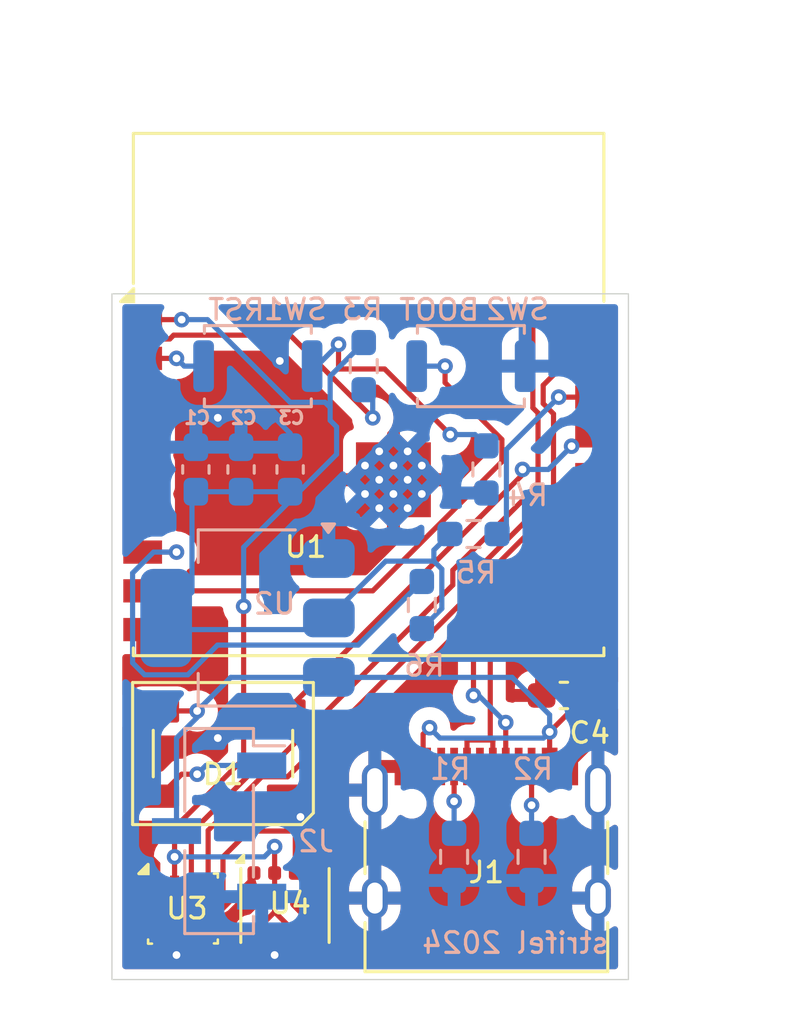
<source format=kicad_pcb>
(kicad_pcb (version 20240108) (generator "pcbnew") (generator_version "8.0")
  (layers (0 "F.Cu" signal) (31 "B.Cu" signal) (34 "B.Paste" user) (35 "F.Paste" user) (36 "B.SilkS" user "B.Silkscreen") (37 "F.SilkS" user "F.Silkscreen") (38 "B.Mask" user) (39 "F.Mask" user) (44 "Edge.Cuts" user))
  (net 0 "")
  (net 1 "+3.3V")
  (net 2 "GND")
  (net 3 "+5V")
  (net 4 "Net-(J1-CC1)")
  (net 5 "Net-(J1-CC2)")
  (net 6 "Net-(U1-EN)")
  (net 7 "Net-(U1-IO2)")
  (net 8 "Net-(U1-IO8)")
  (net 10 "Net-(U1-IO0)")
  (net 14 "Net-(D1-DOUT)")
  (net 17 "Net-(U1-IO19)")
  (net 19 "Net-(U1-IO18)")
  (net 20 "Net-(U1-IO1)")
  (net 21 "Net-(U1-IO9)")
  (net 22 "Net-(R4-Pad1)")
  (net 23 "Net-(D1-DIN)")
  (footprint "LED_SMD:LED_WS2812B_PLCC4_5.0x5.0mm_P3.2mm" (layer "F.Cu") (at 131.8 67)
    (property "Reference" "D1" (at 0 0.8 0) (layer "F.SilkS") (effects (font (size 0.8 0.8) (thickness 0.125))))
    (property "Value" "WS2812B")
    (fp_line (start -3.5 -2.75) (end -3.5 2.75) (stroke (width 0.12)) (layer "F.SilkS"))
    (fp_line (start -3.5 -2.75) (end 3.5 -2.75) (stroke (width 0.12)) (layer "F.SilkS"))
    (fp_line (start -3.5 2.75) (end 3.05 2.75) (stroke (width 0.12)) (layer "F.SilkS"))
    (fp_line (start -2.7 0.9) (end -2.7 -0.9) (stroke (width 0.12)) (layer "F.SilkS"))
    (fp_line (start 2.7 0.9) (end 2.7 -0.9) (stroke (width 0.12)) (layer "F.SilkS"))
    (fp_line (start 3.05 2.75) (end 3.5 2.3) (stroke (width 0.12)) (layer "F.SilkS"))
    (fp_line (start 3.5 2.3) (end 3.5 -2.75) (stroke (width 0.12)) (layer "F.SilkS"))
    (pad "1" smd roundrect (at -2.45 -1.65) (size 1.5 0.9) (layers "F.Cu" "F.Paste" "F.Mask") (roundrect_rratio 0.1) (net 3 "+5V"))
    (pad "2" smd roundrect (at -2.45 1.65) (size 1.5 0.9) (layers "F.Cu" "F.Paste" "F.Mask") (roundrect_rratio 0.1) (net 14 "Net-(D1-DOUT)"))
    (pad "3" smd roundrect (at 2.45 1.65) (size 1.5 0.9) (layers "F.Cu" "F.Paste" "F.Mask") (roundrect_rratio 0.1) (net 2 "GND"))
    (pad "4" smd roundrect (at 2.45 -1.65) (size 1.5 0.9) (layers "F.Cu" "F.Paste" "F.Mask") (roundrect_rratio 0.1) (net 23 "Net-(D1-DIN)"))
  )
  (footprint "Connector_USB:USB_C_Receptacle_HRO_TYPE-C-31-M-12" (layer "F.Cu") (at 142 71.545)
    (property "Reference" "J1" (at 0 0.055 0) (layer "F.SilkS") (effects (font (size 0.8 0.8) (thickness 0.125))))
    (property "Value" "USB_C_Receptacle_USB2.0_14P")
    (fp_line (start -4.7 -1.9) (end -4.7 0.1) (stroke (width 0.12)) (layer "F.SilkS"))
    (fp_line (start -4.7 2) (end -4.7 3.9) (stroke (width 0.12)) (layer "F.SilkS"))
    (fp_line (start -4.7 3.9) (end 4.7 3.9) (stroke (width 0.12)) (layer "F.SilkS"))
    (fp_line (start 4.7 -1.9) (end 4.7 0.1) (stroke (width 0.12)) (layer "F.SilkS"))
    (fp_line (start 4.7 2) (end 4.7 3.9) (stroke (width 0.12)) (layer "F.SilkS"))
    (pad "" np_thru_hole circle (at -2.89 -2.6) (size 0.65 0.65) (drill 0.65) (layers "*.Cu" "*.Mask"))
    (pad "" np_thru_hole circle (at 2.89 -2.6) (size 0.65 0.65) (drill 0.65) (layers "*.Cu" "*.Mask"))
    (pad "A1" smd rect (at -3.25 -4.045) (size 0.6 1.45) (layers "F.Cu" "F.Paste" "F.Mask") (net 2 "GND"))
    (pad "A4" smd rect (at -2.45 -4.045) (size 0.6 1.45) (layers "F.Cu" "F.Paste" "F.Mask") (net 3 "+5V"))
    (pad "A5" smd rect (at -1.25 -4.045) (size 0.3 1.45) (layers "F.Cu" "F.Paste" "F.Mask") (net 4 "Net-(J1-CC1)"))
    (pad "A6" smd rect (at -0.25 -4.045) (size 0.3 1.45) (layers "F.Cu" "F.Paste" "F.Mask") (net 17 "Net-(U1-IO19)"))
    (pad "A7" smd rect (at 0.25 -4.045) (size 0.3 1.45) (layers "F.Cu" "F.Paste" "F.Mask") (net 19 "Net-(U1-IO18)"))
    (pad "A8" smd rect (at 1.25 -4.045) (size 0.3 1.45) (layers "F.Cu" "F.Paste" "F.Mask"))
    (pad "A9" smd rect (at 2.45 -4.045) (size 0.6 1.45) (layers "F.Cu" "F.Paste" "F.Mask") (net 3 "+5V"))
    (pad "A12" smd rect (at 3.25 -4.045) (size 0.6 1.45) (layers "F.Cu" "F.Paste" "F.Mask") (net 2 "GND"))
    (pad "B1" smd rect (at 3.25 -4.045) (size 0.6 1.45) (layers "F.Cu" "F.Paste" "F.Mask") (net 2 "GND"))
    (pad "B4" smd rect (at 2.45 -4.045) (size 0.6 1.45) (layers "F.Cu" "F.Paste" "F.Mask") (net 3 "+5V"))
    (pad "B5" smd rect (at 1.75 -4.045) (size 0.3 1.45) (layers "F.Cu" "F.Paste" "F.Mask") (net 5 "Net-(J1-CC2)"))
    (pad "B6" smd rect (at 0.75 -4.045) (size 0.3 1.45) (layers "F.Cu" "F.Paste" "F.Mask") (net 17 "Net-(U1-IO19)"))
    (pad "B7" smd rect (at -0.75 -4.045) (size 0.3 1.45) (layers "F.Cu" "F.Paste" "F.Mask") (net 19 "Net-(U1-IO18)"))
    (pad "B8" smd rect (at -1.75 -4.045) (size 0.3 1.45) (layers "F.Cu" "F.Paste" "F.Mask"))
    (pad "B9" smd rect (at -2.45 -4.045) (size 0.6 1.45) (layers "F.Cu" "F.Paste" "F.Mask") (net 3 "+5V"))
    (pad "B12" smd rect (at -3.25 -4.045) (size 0.6 1.45) (layers "F.Cu" "F.Paste" "F.Mask") (net 2 "GND"))
    (pad "S1" thru_hole oval (at -4.32 -3.13) (size 1 2.1) (drill oval 0.6 1.7) (layers "*.Cu" "*.Mask") (net 2 "GND"))
    (pad "S1" thru_hole oval (at -4.32 1.05) (size 1 1.6) (drill oval 0.6 1.2) (layers "*.Cu" "*.Mask") (net 2 "GND"))
    (pad "S1" thru_hole oval (at 4.32 -3.13) (size 1 2.1) (drill oval 0.6 1.7) (layers "*.Cu" "*.Mask") (net 2 "GND"))
    (pad "S1" thru_hole oval (at 4.32 1.05) (size 1 1.6) (drill oval 0.6 1.2) (layers "*.Cu" "*.Mask") (net 2 "GND"))
  )
  (footprint "Capacitor_SMD:C_0603_1608Metric_Pad1.08x0.95mm_HandSolder" (layer "F.Cu") (at 145 64.75 180)
    (property "Reference" "C4" (at -1 -1.45 0) (layer "F.SilkS") (effects (font (size 0.8 0.8) (thickness 0.125))))
    (property "Value" "10 uF")
    (fp_line (start -0.146267 0.51) (end 0.146267 0.51) (stroke (width 0.12)) (layer "F.SilkS"))
    (fp_line (start -0.146267 -0.51) (end 0.146267 -0.51) (stroke (width 0.12)) (layer "F.SilkS"))
    (pad "1" smd roundrect (at -0.8625 0 180) (size 1.075 0.95) (layers "F.Cu" "F.Paste" "F.Mask") (net 3 "+5V"))
    (pad "2" smd roundrect (at 0.8625 0 180) (size 1.075 0.95) (layers "F.Cu" "F.Paste" "F.Mask") (net 2 "GND"))
  )
  (footprint "Package_LGA:Bosch_LGA-8_2.5x2.5mm_P0.65mm_ClockwisePinNumbering" (layer "F.Cu") (at 130.25 73)
    (property "Reference" "U3" (at 0.15 0 0) (layer "F.SilkS") (effects (font (size 0.8 0.8) (thickness 0.125))))
    (property "Value" "BME280")
    (fp_line (start -1.35 1.35) (end -1.35 1.2) (stroke (width 0.1)) (layer "F.SilkS"))
    (fp_line (start -1.35 1.36) (end -1.2 1.36) (stroke (width 0.1)) (layer "F.SilkS"))
    (fp_line (start 1.2 -1.35) (end 1.35 -1.35) (stroke (width 0.1)) (layer "F.SilkS"))
    (fp_line (start 1.35 -1.35) (end 1.35 -1.2) (stroke (width 0.1)) (layer "F.SilkS"))
    (fp_line (start 1.35 1.35) (end 1.2 1.35) (stroke (width 0.1)) (layer "F.SilkS"))
    (fp_line (start 1.35 1.35) (end 1.35 1.2) (stroke (width 0.1)) (layer "F.SilkS"))
    (fp_poly (pts (xy -1.35 -1.35) (xy -1.71 -1.35) (xy -1.35 -1.71) (xy -1.35 -1.35)) (stroke (width 0.12)) (fill solid) (layer "F.SilkS"))
    (pad "1" smd rect (at -0.975 -1.025 90) (size 0.5 0.35) (layers "F.Cu" "F.Paste" "F.Mask") (net 2 "GND"))
    (pad "2" smd rect (at -0.325 -1.025 90) (size 0.5 0.35) (layers "F.Cu" "F.Paste" "F.Mask") (net 1 "+3.3V"))
    (pad "3" smd rect (at 0.325 -1.025 90) (size 0.5 0.35) (layers "F.Cu" "F.Paste" "F.Mask") (net 10 "Net-(U1-IO0)"))
    (pad "4" smd rect (at 0.975 -1.025 90) (size 0.5 0.35) (layers "F.Cu" "F.Paste" "F.Mask") (net 20 "Net-(U1-IO1)"))
    (pad "5" smd rect (at 0.975 1.025 90) (size 0.5 0.35) (layers "F.Cu" "F.Paste" "F.Mask") (net 2 "GND"))
    (pad "6" smd rect (at 0.325 1.025 90) (size 0.5 0.35) (layers "F.Cu" "F.Paste" "F.Mask") (net 1 "+3.3V"))
    (pad "7" smd rect (at -0.325 1.025 90) (size 0.5 0.35) (layers "F.Cu" "F.Paste" "F.Mask") (net 2 "GND"))
    (pad "8" smd rect (at -0.975 1.025 90) (size 0.5 0.35) (layers "F.Cu" "F.Paste" "F.Mask") (net 1 "+3.3V"))
  )
  (footprint "Package_LGA:Bosch_LGA-8_3x3mm_P0.8mm_ClockwisePinNumbering" (layer "F.Cu") (at 134.2 72.8125)
    (property "Reference" "U4" (at 0.2 -0.0125 0) (layer "F.SilkS") (effects (font (size 0.8 0.8) (thickness 0.125))))
    (property "Value" "BME680")
    (fp_line (start -1.71 -1.36) (end -1.71 1.5) (stroke (width 0.12)) (layer "F.SilkS"))
    (fp_line (start 1.71 -1.36) (end 1.71 1.5) (stroke (width 0.12)) (layer "F.SilkS"))
    (fp_poly (pts (xy -1.6 -1.6) (xy -1.88 -1.6) (xy -1.6 -1.88) (xy -1.6 -1.6)) (stroke (width 0.12)) (fill solid) (layer "F.SilkS"))
    (pad "1" smd roundrect (at -1.2 -1.1875) (size 0.5 0.525) (layers "F.Cu" "F.Paste" "F.Mask") (net 2 "GND"))
    (pad "2" smd roundrect (at -0.4 -1.1875) (size 0.5 0.525) (layers "F.Cu" "F.Paste" "F.Mask") (net 1 "+3.3V"))
    (pad "3" smd roundrect (at 0.4 -1.1875) (size 0.5 0.525) (layers "F.Cu" "F.Paste" "F.Mask") (net 10 "Net-(U1-IO0)"))
    (pad "4" smd roundrect (at 1.2 -1.1875) (size 0.5 0.525) (layers "F.Cu" "F.Paste" "F.Mask") (net 20 "Net-(U1-IO1)"))
    (pad "5" smd roundrect (at 1.2 1.1875) (size 0.5 0.525) (layers "F.Cu" "F.Paste" "F.Mask") (net 1 "+3.3V"))
    (pad "6" smd roundrect (at 0.4 1.1875) (size 0.5 0.525) (layers "F.Cu" "F.Paste" "F.Mask") (net 1 "+3.3V"))
    (pad "7" smd roundrect (at -0.4 1.1875) (size 0.5 0.525) (layers "F.Cu" "F.Paste" "F.Mask") (net 2 "GND"))
    (pad "8" smd roundrect (at -1.2 1.1875) (size 0.5 0.525) (layers "F.Cu" "F.Paste" "F.Mask") (net 1 "+3.3V"))
  )
  (footprint "RF_Module:ESP32-C3-WROOM-02" (layer "F.Cu") (at 137.44 56.2)
    (property "Reference" "U1" (at -2.44 2.8 180) (layer "F.SilkS") (effects (font (size 0.8 0.8) (thickness 0.125))))
    (property "Value" "ESP32-C3-WROOM-02")
    (fp_line (start -9.11 -13.21) (end -9.11 -7.4) (stroke (width 0.12)) (layer "F.SilkS"))
    (fp_line (start -9.11 -13.21) (end 9.11 -13.21) (stroke (width 0.12)) (layer "F.SilkS"))
    (fp_line (start -9.11 6.71) (end -9.11 7.01) (stroke (width 0.12)) (layer "F.SilkS"))
    (fp_line (start -9.11 7.01) (end 9.11 7.01) (stroke (width 0.12)) (layer "F.SilkS"))
    (fp_line (start 9.11 -13.21) (end 9.11 -6.71) (stroke (width 0.12)) (layer "F.SilkS"))
    (fp_line (start 9.11 6.71) (end 9.11 7.01) (stroke (width 0.12)) (layer "F.SilkS"))
    (fp_poly (pts (xy -9.1 -6.7) (xy -9.6 -6.7) (xy -9.1 -7.2) (xy -9.1 -6.7)) (stroke (width 0.12)) (fill solid) (layer "F.SilkS"))
    (pad "1" smd rect (at -8.75 -6) (size 1.5 0.9) (layers "F.Cu" "F.Paste" "F.Mask") (net 1 "+3.3V"))
    (pad "2" smd rect (at -8.75 -4.5) (size 1.5 0.9) (layers "F.Cu" "F.Paste" "F.Mask") (net 6 "Net-(U1-EN)"))
    (pad "3" smd rect (at -8.75 -3) (size 1.5 0.9) (layers "F.Cu" "F.Paste" "F.Mask"))
    (pad "4" smd rect (at -8.75 -1.5) (size 1.5 0.9) (layers "F.Cu" "F.Paste" "F.Mask"))
    (pad "5" smd rect (at -8.75 0) (size 1.5 0.9) (layers "F.Cu" "F.Paste" "F.Mask"))
    (pad "6" smd rect (at -8.75 1.5) (size 1.5 0.9) (layers "F.Cu" "F.Paste" "F.Mask"))
    (pad "7" smd rect (at -8.75 3) (size 1.5 0.9) (layers "F.Cu" "F.Paste" "F.Mask") (net 8 "Net-(U1-IO8)"))
    (pad "8" smd rect (at -8.75 4.5) (size 1.5 0.9) (layers "F.Cu" "F.Paste" "F.Mask") (net 21 "Net-(U1-IO9)"))
    (pad "9" smd rect (at -8.75 6) (size 1.5 0.9) (layers "F.Cu" "F.Paste" "F.Mask") (net 2 "GND"))
    (pad "10" smd rect (at 8.75 6) (size 1.5 0.9) (layers "F.Cu" "F.Paste" "F.Mask"))
    (pad "11" smd rect (at 8.75 4.5) (size 1.5 0.9) (layers "F.Cu" "F.Paste" "F.Mask"))
    (pad "12" smd rect (at 8.75 3) (size 1.5 0.9) (layers "F.Cu" "F.Paste" "F.Mask"))
    (pad "13" smd rect (at 8.75 1.5) (size 1.5 0.9) (layers "F.Cu" "F.Paste" "F.Mask") (net 19 "Net-(U1-IO18)"))
    (pad "14" smd rect (at 8.75 0) (size 1.5 0.9) (layers "F.Cu" "F.Paste" "F.Mask") (net 17 "Net-(U1-IO19)"))
    (pad "15" smd rect (at 8.75 -1.5) (size 1.5 0.9) (layers "F.Cu" "F.Paste" "F.Mask") (net 23 "Net-(D1-DIN)"))
    (pad "16" smd rect (at 8.75 -3) (size 1.5 0.9) (layers "F.Cu" "F.Paste" "F.Mask") (net 7 "Net-(U1-IO2)"))
    (pad "17" smd rect (at 8.75 -4.5) (size 1.5 0.9) (layers "F.Cu" "F.Paste" "F.Mask") (net 20 "Net-(U1-IO1)"))
    (pad "18" smd rect (at 8.75 -6) (size 1.5 0.9) (layers "F.Cu" "F.Paste" "F.Mask") (net 10 "Net-(U1-IO0)"))
    (pad "19" thru_hole circle (at -0.14 -0.35) (size 0.6 0.6) (drill 0.3) (property pad_prop_heatsink) (layers "*.Cu" "F.Mask") (net 2 "GND"))
    (pad "19" thru_hole circle (at -0.14 0.75) (size 0.6 0.6) (drill 0.3) (property pad_prop_heatsink) (layers "*.Cu" "F.Mask") (net 2 "GND"))
    (pad "19" thru_hole circle (at 0.41 -0.9) (size 0.6 0.6) (drill 0.3) (property pad_prop_heatsink) (layers "*.Cu" "F.Mask") (net 2 "GND"))
    (pad "19" thru_hole circle (at 0.41 0.2) (size 0.6 0.6) (drill 0.3) (property pad_prop_heatsink) (layers "*.Cu" "F.Mask") (net 2 "GND"))
    (pad "19" thru_hole circle (at 0.41 1.3) (size 0.6 0.6) (drill 0.3) (property pad_prop_heatsink) (layers "*.Cu" "F.Mask") (net 2 "GND"))
    (pad "19" thru_hole circle (at 0.96 -0.35) (size 0.6 0.6) (drill 0.3) (property pad_prop_heatsink) (layers "*.Cu" "F.Mask") (net 2 "GND"))
    (pad "19" smd rect (at 0.96 0.2) (size 2.9 2.9) (layers "F.Cu" "F.Mask") (net 2 "GND"))
    (pad "19" thru_hole circle (at 0.96 0.75) (size 0.6 0.6) (drill 0.3) (property pad_prop_heatsink) (layers "*.Cu" "F.Mask") (net 2 "GND"))
    (pad "19" thru_hole circle (at 1.51 -0.9) (size 0.6 0.6) (drill 0.3) (property pad_prop_heatsink) (layers "*.Cu" "F.Mask") (net 2 "GND"))
    (pad "19" thru_hole circle (at 1.51 0.2) (size 0.6 0.6) (drill 0.3) (property pad_prop_heatsink) (layers "*.Cu" "F.Mask") (net 2 "GND"))
    (pad "19" thru_hole circle (at 1.51 1.3) (size 0.6 0.6) (drill 0.3) (property pad_prop_heatsink) (layers "*.Cu" "F.Mask") (net 2 "GND"))
    (pad "19" thru_hole circle (at 2.06 -0.35) (size 0.6 0.6) (drill 0.3) (property pad_prop_heatsink) (layers "*.Cu" "F.Mask") (net 2 "GND"))
    (pad "19" thru_hole circle (at 2.06 0.75) (size 0.6 0.6) (drill 0.3) (property pad_prop_heatsink) (layers "*.Cu" "F.Mask") (net 2 "GND"))
    (zone (net 0) (net_name "") (layers "*.Cu") (connect_pads (clearance 0)) (min_thickness 0.254)
      (keepout (tracks not_allowed) (vias not_allowed) (pads not_allowed) (copperpour not_allowed) (footprints not_allowed))
      (fill (thermal_gap 0.508) (thermal_bridge_width 0.508))
      (polygon (pts (xy 123.44 49.1) (xy 151.44 49.1) (xy 151.44 38.1) (xy 123.44 38.1)))
    )
  )
  (footprint "Capacitor_SMD:C_0603_1608Metric_Pad1.08x0.95mm_HandSolder" (layer "B.Cu") (at 134.4 56 90)
    (property "Reference" "C3" (at 2 0.05 0) (layer "B.SilkS") (effects (font (size 0.5 0.5) (thickness 0.125)) (justify mirror)))
    (property "Value" "100nF")
    (fp_line (start 0.146267 -0.51) (end -0.146267 -0.51) (stroke (width 0.12)) (layer "B.SilkS"))
    (fp_line (start 0.146267 0.51) (end -0.146267 0.51) (stroke (width 0.12)) (layer "B.SilkS"))
    (pad "1" smd roundrect (at -0.8625 0 90) (size 1.075 0.95) (layers "B.Cu" "B.Paste" "B.Mask") (net 1 "+3.3V"))
    (pad "2" smd roundrect (at 0.8625 0 90) (size 1.075 0.95) (layers "B.Cu" "B.Paste" "B.Mask") (net 2 "GND"))
  )
  (footprint "Resistor_SMD:R_0603_1608Metric_Pad0.98x0.95mm_HandSolder" (layer "B.Cu") (at 143.75 71 -90)
    (property "Reference" "R2" (at -3.4 -0.05 180) (layer "B.SilkS") (effects (font (size 0.8 0.8) (thickness 0.125)) (justify mirror)))
    (property "Value" "5.1k")
    (fp_line (start 0.254724 0.5225) (end -0.254724 0.5225) (stroke (width 0.12)) (layer "B.SilkS"))
    (fp_line (start 0.254724 -0.5225) (end -0.254724 -0.5225) (stroke (width 0.12)) (layer "B.SilkS"))
    (pad "1" smd roundrect (at -0.9125 0 270) (size 0.975 0.95) (layers "B.Cu" "B.Paste" "B.Mask") (net 5 "Net-(J1-CC2)"))
    (pad "2" smd roundrect (at 0.9125 0 270) (size 0.975 0.95) (layers "B.Cu" "B.Paste" "B.Mask") (net 2 "GND"))
  )
  (footprint "Connector_PinSocket_2.54mm:PinSocket_1x03_P2.54mm_Vertical_SMD_Pin1Left" (layer "B.Cu") (at 131.65 70 180)
    (property "Reference" "J2" (at -3.75 -0.4 0) (layer "B.SilkS") (effects (font (size 0.8 0.8) (thickness 0.125)) (justify mirror)))
    (property "Value" "Conn_01x03_Pin")
    (fp_line (start 1.33 3.97) (end -1.33 3.97) (stroke (width 0.12)) (layer "B.SilkS"))
    (fp_line (start 1.33 0.76) (end 1.33 3.97) (stroke (width 0.12)) (layer "B.SilkS"))
    (fp_line (start 1.33 -3.97) (end 1.33 -0.76) (stroke (width 0.12)) (layer "B.SilkS"))
    (fp_line (start 1.33 -3.97) (end -1.33 -3.97) (stroke (width 0.12)) (layer "B.SilkS"))
    (fp_line (start -1.33 3.3) (end -1.33 3.97) (stroke (width 0.12)) (layer "B.SilkS"))
    (fp_line (start -1.33 3.3) (end -2.54 3.3) (stroke (width 0.12)) (layer "B.SilkS"))
    (fp_line (start -1.33 -1.78) (end -1.33 1.78) (stroke (width 0.12)) (layer "B.SilkS"))
    (fp_line (start -1.33 -3.97) (end -1.33 -3.3) (stroke (width 0.12)) (layer "B.SilkS"))
    (pad "1" smd rect (at -1.65 2.54 180) (size 1.9 1) (layers "B.Cu" "B.Paste" "B.Mask") (net 14 "Net-(D1-DOUT)"))
    (pad "2" smd rect (at 1.65 0 180) (size 1.9 1) (layers "B.Cu" "B.Paste" "B.Mask") (net 3 "+5V"))
    (pad "3" smd rect (at -1.65 -2.54 180) (size 1.9 1) (layers "B.Cu" "B.Paste" "B.Mask") (net 2 "GND"))
  )
  (footprint "Button_Switch_SMD:SW_Push_SPST_NO_Alps_SKRK" (layer "B.Cu") (at 141.4 52 180)
    (property "Reference" "SW2" (at -1.8 2.2 0) (layer "B.SilkS") (effects (font (size 0.8 0.8) (thickness 0.125)) (justify mirror)))
    (property "Value" "SW_Push")
    (fp_line (start 2.07 1.57) (end -2.07 1.57) (stroke (width 0.12)) (layer "B.SilkS"))
    (fp_line (start 2.07 1.27) (end 2.07 1.57) (stroke (width 0.12)) (layer "B.SilkS"))
    (fp_line (start 2.07 -1.57) (end 2.07 -1.27) (stroke (width 0.12)) (layer "B.SilkS"))
    (fp_line (start -2.07 1.57) (end -2.07 1.27) (stroke (width 0.12)) (layer "B.SilkS"))
    (fp_line (start -2.07 -1.27) (end -2.07 -1.57) (stroke (width 0.12)) (layer "B.SilkS"))
    (fp_line (start -2.07 -1.57) (end 2.07 -1.57) (stroke (width 0.12)) (layer "B.SilkS"))
    (pad "1" smd roundrect (at -2.1 0 180) (size 0.8 2) (layers "B.Cu" "B.Paste" "B.Mask") (net 2 "GND"))
    (pad "2" smd roundrect (at 2.1 0 180) (size 0.8 2) (layers "B.Cu" "B.Paste" "B.Mask") (net 21 "Net-(U1-IO9)"))
  )
  (footprint "Resistor_SMD:R_0603_1608Metric_Pad0.98x0.95mm_HandSolder" (layer "B.Cu") (at 140.75 71 -90)
    (property "Reference" "R1" (at -3.4 0.15 180) (layer "B.SilkS") (effects (font (size 0.8 0.8) (thickness 0.125)) (justify mirror)))
    (property "Value" "5.1k")
    (fp_line (start 0.254724 0.5225) (end -0.254724 0.5225) (stroke (width 0.12)) (layer "B.SilkS"))
    (fp_line (start 0.254724 -0.5225) (end -0.254724 -0.5225) (stroke (width 0.12)) (layer "B.SilkS"))
    (pad "1" smd roundrect (at -0.9125 0 270) (size 0.975 0.95) (layers "B.Cu" "B.Paste" "B.Mask") (net 4 "Net-(J1-CC1)"))
    (pad "2" smd roundrect (at 0.9125 0 270) (size 0.975 0.95) (layers "B.Cu" "B.Paste" "B.Mask") (net 2 "GND"))
  )
  (footprint "Capacitor_SMD:C_0603_1608Metric_Pad1.08x0.95mm_HandSolder" (layer "B.Cu") (at 130.75 56 90)
    (property "Reference" "C1" (at 2 0.05 180) (layer "B.SilkS") (effects (font (size 0.5 0.5) (thickness 0.125)) (justify mirror)))
    (property "Value" "10 uF")
    (fp_line (start 0.146267 -0.51) (end -0.146267 -0.51) (stroke (width 0.12)) (layer "B.SilkS"))
    (fp_line (start 0.146267 0.51) (end -0.146267 0.51) (stroke (width 0.12)) (layer "B.SilkS"))
    (pad "1" smd roundrect (at -0.8625 0 90) (size 1.075 0.95) (layers "B.Cu" "B.Paste" "B.Mask") (net 1 "+3.3V"))
    (pad "2" smd roundrect (at 0.8625 0 90) (size 1.075 0.95) (layers "B.Cu" "B.Paste" "B.Mask") (net 2 "GND"))
  )
  (footprint "Resistor_SMD:R_0603_1608Metric_Pad0.98x0.95mm_HandSolder" (layer "B.Cu") (at 141.5 58.5 180)
    (property "Reference" "R5" (at -0.1 -1.5 0) (layer "B.SilkS") (effects (font (size 0.8 0.8) (thickness 0.125)) (justify mirror)))
    (property "Value" "10k")
    (fp_line (start 0.254724 0.5225) (end -0.254724 0.5225) (stroke (width 0.12)) (layer "B.SilkS"))
    (fp_line (start 0.254724 -0.5225) (end -0.254724 -0.5225) (stroke (width 0.12)) (layer "B.SilkS"))
    (pad "1" smd roundrect (at -0.9125 0 180) (size 0.975 0.95) (layers "B.Cu" "B.Paste" "B.Mask") (net 7 "Net-(U1-IO2)"))
    (pad "2" smd roundrect (at 0.9125 0 180) (size 0.975 0.95) (layers "B.Cu" "B.Paste" "B.Mask") (net 1 "+3.3V"))
  )
  (footprint "Button_Switch_SMD:SW_Push_SPST_NO_Alps_SKRK" (layer "B.Cu") (at 133.15 52 180)
    (property "Reference" "SW1" (at -1.45 2.2 0) (layer "B.SilkS") (effects (font (size 0.8 0.8) (thickness 0.125)) (justify mirror)))
    (property "Value" "SW_Push")
    (fp_line (start 2.07 1.57) (end -2.07 1.57) (stroke (width 0.12)) (layer "B.SilkS"))
    (fp_line (start 2.07 1.27) (end 2.07 1.57) (stroke (width 0.12)) (layer "B.SilkS"))
    (fp_line (start 2.07 -1.57) (end 2.07 -1.27) (stroke (width 0.12)) (layer "B.SilkS"))
    (fp_line (start -2.07 1.57) (end -2.07 1.27) (stroke (width 0.12)) (layer "B.SilkS"))
    (fp_line (start -2.07 -1.27) (end -2.07 -1.57) (stroke (width 0.12)) (layer "B.SilkS"))
    (fp_line (start -2.07 -1.57) (end 2.07 -1.57) (stroke (width 0.12)) (layer "B.SilkS"))
    (pad "1" smd roundrect (at -2.1 0 180) (size 0.8 2) (layers "B.Cu" "B.Paste" "B.Mask") (net 22 "Net-(R4-Pad1)"))
    (pad "2" smd roundrect (at 2.1 0 180) (size 0.8 2) (layers "B.Cu" "B.Paste" "B.Mask") (net 6 "Net-(U1-EN)"))
  )
  (footprint "Resistor_SMD:R_0603_1608Metric_Pad0.98x0.95mm_HandSolder" (layer "B.Cu") (at 137.25 52 90)
    (property "Reference" "R3" (at 2.2 -0.05 180) (layer "B.SilkS") (effects (font (size 0.8 0.8) (thickness 0.125)) (justify mirror)))
    (property "Value" "10k")
    (fp_line (start 0.254724 -0.5225) (end -0.254724 -0.5225) (stroke (width 0.12)) (layer "B.SilkS"))
    (fp_line (start 0.254724 0.5225) (end -0.254724 0.5225) (stroke (width 0.12)) (layer "B.SilkS"))
    (pad "1" smd roundrect (at -0.9125 0 90) (size 0.975 0.95) (layers "B.Cu" "B.Paste" "B.Mask") (net 6 "Net-(U1-EN)"))
    (pad "2" smd roundrect (at 0.9125 0 90) (size 0.975 0.95) (layers "B.Cu" "B.Paste" "B.Mask") (net 1 "+3.3V"))
  )
  (footprint "Resistor_SMD:R_0603_1608Metric_Pad0.98x0.95mm_HandSolder" (layer "B.Cu") (at 139.5 61.25 -90)
    (property "Reference" "R6" (at 2.35 -0.1 180) (layer "B.SilkS") (effects (font (size 0.8 0.8) (thickness 0.125)) (justify mirror)))
    (property "Value" "10k")
    (fp_line (start 0.254724 0.5225) (end -0.254724 0.5225) (stroke (width 0.12)) (layer "B.SilkS"))
    (fp_line (start 0.254724 -0.5225) (end -0.254724 -0.5225) (stroke (width 0.12)) (layer "B.SilkS"))
    (pad "1" smd roundrect (at -0.9125 0 270) (size 0.975 0.95) (layers "B.Cu" "B.Paste" "B.Mask") (net 8 "Net-(U1-IO8)"))
    (pad "2" smd roundrect (at 0.9125 0 270) (size 0.975 0.95) (layers "B.Cu" "B.Paste" "B.Mask") (net 1 "+3.3V"))
  )
  (footprint "Package_TO_SOT_SMD:SOT-223-3_TabPin2" (layer "B.Cu") (at 132.75 61.75 180)
    (property "Reference" "U2" (at -1.05 0.55 0) (layer "B.SilkS") (effects (font (size 0.8 0.8) (thickness 0.125)) (justify mirror)))
    (property "Value" "TLV1117-33")
    (fp_line (start 1.91 3.41) (end -1.85 3.41) (stroke (width 0.12)) (layer "B.SilkS"))
    (fp_line (start 1.91 2.15) (end 1.91 3.41) (stroke (width 0.12)) (layer "B.SilkS"))
    (fp_line (start 1.91 -2.15) (end 1.91 -3.41) (stroke (width 0.12)) (layer "B.SilkS"))
    (fp_line (start 1.91 -3.41) (end -1.85 -3.41) (stroke (width 0.12)) (layer "B.SilkS"))
    (fp_poly (pts (xy -3.13 3.31) (xy -3.37 3.64) (xy -2.89 3.64) (xy -3.13 3.31)) (stroke (width 0.12)) (fill solid) (layer "B.SilkS"))
    (pad "1" smd roundrect (at -3.15 2.3 180) (size 2 1.5) (layers "B.Cu" "B.Paste" "B.Mask") (net 2 "GND"))
    (pad "2" smd roundrect (at -3.15 0 180) (size 2 1.5) (layers "B.Cu" "B.Paste" "B.Mask") (net 1 "+3.3V"))
    (pad "2" smd roundrect (at 3.15 0 180) (size 2 3.8) (layers "B.Cu" "B.Paste" "B.Mask") (net 1 "+3.3V"))
    (pad "3" smd roundrect (at -3.15 -2.3 180) (size 2 1.5) (layers "B.Cu" "B.Paste" "B.Mask") (net 3 "+5V"))
  )
  (footprint "Resistor_SMD:R_0603_1608Metric_Pad0.98x0.95mm_HandSolder" (layer "B.Cu") (at 142 56 -90)
    (property "Reference" "R4" (at 1 -1.6 180) (layer "B.SilkS") (effects (font (size 0.8 0.8) (thickness 0.125)) (justify mirror)))
    (property "Value" "1k")
    (fp_line (start 0.254724 0.5225) (end -0.254724 0.5225) (stroke (width 0.12)) (layer "B.SilkS"))
    (fp_line (start 0.254724 -0.5225) (end -0.254724 -0.5225) (stroke (width 0.12)) (layer "B.SilkS"))
    (pad "1" smd roundrect (at -0.9125 0 270) (size 0.975 0.95) (layers "B.Cu" "B.Paste" "B.Mask") (net 22 "Net-(R4-Pad1)"))
    (pad "2" smd roundrect (at 0.9125 0 270) (size 0.975 0.95) (layers "B.Cu" "B.Paste" "B.Mask") (net 2 "GND"))
  )
  (footprint "Capacitor_SMD:C_0603_1608Metric_Pad1.08x0.95mm_HandSolder" (layer "B.Cu") (at 132.5 56 90)
    (property "Reference" "C2" (at 2 0.1 0) (layer "B.SilkS") (effects (font (size 0.5 0.5) (thickness 0.125)) (justify mirror)))
    (property "Value" "1 uF")
    (fp_line (start 0.146267 -0.51) (end -0.146267 -0.51) (stroke (width 0.12)) (layer "B.SilkS"))
    (fp_line (start 0.146267 0.51) (end -0.146267 0.51) (stroke (width 0.12)) (layer "B.SilkS"))
    (pad "1" smd roundrect (at -0.8625 0 90) (size 1.075 0.95) (layers "B.Cu" "B.Paste" "B.Mask") (net 1 "+3.3V"))
    (pad "2" smd roundrect (at 0.8625 0 90) (size 1.075 0.95) (layers "B.Cu" "B.Paste" "B.Mask") (net 2 "GND"))
  )
  (gr_rect (start 127.5 49.2) (end 147.5 75.75) (stroke (width 0.05)) (fill none) (layer "Edge.Cuts"))
  (gr_text "BOOT" (at 141.8 50.287648 0) (layer "B.SilkS") (effects (font (size 0.8 0.8) (thickness 0.125) (bold yes)) (justify left bottom mirror)))
  (gr_text "strifel 2024" (at 146.8 74.8 0) (layer "B.SilkS") (effects (font (size 0.8 0.8) (thickness 0.125) (bold yes)) (justify left bottom mirror)))
  (gr_text "RST" (at 133.484803 50.287648 0) (layer "B.SilkS") (effects (font (size 0.8 0.8) (thickness 0.125) (bold yes)) (justify left bottom mirror)))
  (segment (start 133 73.932994) (end 133 74) (width 0.2) (layer "F.Cu") (net 1))
  (segment (start 135.4 74) (end 134.6 74) (width 0.2) (layer "F.Cu") (net 1))
  (segment (start 130.2 50.2) (end 128.69 50.2) (width 0.2) (layer "F.Cu") (net 1))
  (segment (start 129.925 73.075) (end 129.275 73.725) (width 0.2) (layer "F.Cu") (net 1))
  (segment (start 132.6 67.2) (end 132.6 61.3) (width 0.2) (layer "F.Cu") (net 1))
  (segment (start 129.925 71) (end 129.925 69.875) (width 0.2) (layer "F.Cu") (net 1))
  (segment (start 130.575 73.725) (end 130.575 74.025) (width 0.2) (layer "F.Cu") (net 1))
  (segment (start 133.8 73.132994) (end 134.6 73.932994) (width 0.2) (layer "F.Cu") (net 1))
  (segment (start 129.925 69.875) (end 132.6 67.2) (width 0.2) (layer "F.Cu") (net 1))
  (segment (start 133.8 73.132994) (end 133 73.932994) (width 0.2) (layer "F.Cu") (net 1))
  (segment (start 129.925 71.975) (end 129.925 73.075) (width 0.2) (layer "F.Cu") (net 1))
  (segment (start 134.6 73.932994) (end 134.6 74) (width 0.2) (layer "F.Cu") (net 1))
  (segment (start 133.8 71.625) (end 133.8 73.132994) (width 0.2) (layer "F.Cu") (net 1))
  (segment (start 129.925 73.075) (end 130.575 73.725) (width 0.2) (layer "F.Cu") (net 1))
  (segment (start 133.8 70.6) (end 133.8 71.625) (width 0.2) (layer "F.Cu") (net 1))
  (segment (start 129.925 71) (end 129.925 71.975) (width 0.2) (layer "F.Cu") (net 1))
  (segment (start 129.275 73.725) (end 129.275 74.025) (width 0.2) (layer "F.Cu") (net 1))
  (via (at 130.2 50.2) (size 0.6) (drill 0.3) (layers "F.Cu" "B.Cu") (net 1))
  (via (at 133.8 70.6) (size 0.6) (drill 0.3) (layers "F.Cu" "B.Cu") (net 1))
  (via (at 132.6 61.3) (size 0.6) (drill 0.3) (layers "F.Cu" "B.Cu") (net 1))
  (via (at 129.925 71) (size 0.6) (drill 0.3) (layers "F.Cu" "B.Cu") (net 1))
  (segment (start 134.75 56.8625) (end 132.5 56.8625) (width 0.2) (layer "B.Cu") (net 1))
  (segment (start 139.966722 59.55) (end 138.1 59.55) (width 0.2) (layer "B.Cu") (net 1))
  (segment (start 135.45 62.2) (end 130.05 62.2) (width 0.2) (layer "B.Cu") (net 1))
  (segment (start 136.2 54.35) (end 135.95 54.1) (width 0.2) (layer "B.Cu") (net 1))
  (segment (start 139.966722 59.120778) (end 140.5875 58.5) (width 0.2) (layer "B.Cu") (net 1))
  (segment (start 132.6 61.3) (end 132.6 59.0125) (width 0.2) (layer "B.Cu") (net 1))
  (segment (start 139.5 62.1625) (end 140.275 61.3875) (width 0.2) (layer "B.Cu") (net 1))
  (segment (start 133.4 71) (end 129.925 71) (width 0.2) (layer "B.Cu") (net 1))
  (segment (start 130.6 57.0125) (end 130.75 56.8625) (width 0.2) (layer "B.Cu") (net 1))
  (segment (start 133.8 70.6) (end 133.4 71) (width 0.2) (layer "B.Cu") (net 1))
  (segment (start 140.275 59.858278) (end 139.966722 59.55) (width 0.2) (layer "B.Cu") (net 1))
  (segment (start 136.2 55.4125) (end 136.2 54.35) (width 0.2) (layer "B.Cu") (net 1))
  (segment (start 130.2 50.2) (end 131.2 50.2) (width 0.2) (layer "B.Cu") (net 1))
  (segment (start 137.25 51.0875) (end 135.95 52.3875) (width 0.2) (layer "B.Cu") (net 1))
  (segment (start 135.75 53.4) (end 135.95 53.6) (width 0.2) (layer "B.Cu") (net 1))
  (segment (start 135.95 52.3875) (end 135.95 54.1) (width 0.2) (layer "B.Cu") (net 1))
  (segment (start 140.275 61.3875) (end 140.275 59.858278) (width 0.2) (layer "B.Cu") (net 1))
  (segment (start 134.75 56.8625) (end 136.2 55.4125) (width 0.2) (layer "B.Cu") (net 1))
  (segment (start 130.75 56.8625) (end 132.5 56.8625) (width 0.2) (layer "B.Cu") (net 1))
  (segment (start 134.4 53.4) (end 135.75 53.4) (width 0.2) (layer "B.Cu") (net 1))
  (segment (start 131.2 50.2) (end 134.4 53.4) (width 0.2) (layer "B.Cu") (net 1))
  (segment (start 129.6 61.75) (end 130.6 60.75) (width 0.2) (layer "B.Cu") (net 1))
  (segment (start 135.9 61.75) (end 135.45 62.2) (width 0.2) (layer "B.Cu") (net 1))
  (segment (start 139.966722 59.55) (end 139.966722 59.120778) (width 0.2) (layer "B.Cu") (net 1))
  (segment (start 130.6 60.75) (end 130.6 57.0125) (width 0.2) (layer "B.Cu") (net 1))
  (segment (start 138.1 59.55) (end 135.9 61.75) (width 0.2) (layer "B.Cu") (net 1))
  (segment (start 132.6 59.0125) (end 134.75 56.8625) (width 0.2) (layer "B.Cu") (net 1))
  (segment (start 130.05 62.2) (end 129.6 61.75) (width 0.2) (layer "B.Cu") (net 1))
  (segment (start 129.925 74.725) (end 130 74.8) (width 0.2) (layer "F.Cu") (net 2))
  (segment (start 129.275 71.975) (end 129.275 71.275) (width 0.2) (layer "F.Cu") (net 2))
  (segment (start 133.8 74.8) (end 133.8 74) (width 0.2) (layer "F.Cu") (net 2))
  (segment (start 129.925 74.025) (end 129.925 74.725) (width 0.2) (layer "F.Cu") (net 2))
  (segment (start 146.7 66.05) (end 145.25 67.5) (width 0.2) (layer "F.Cu") (net 2))
  (segment (start 144.1375 64.75) (end 144.9125 63.975) (width 0.2) (layer "F.Cu") (net 2))
  (segment (start 131.225 73.565686) (end 131.225 74.025) (width 0.2) (layer "F.Cu") (net 2))
  (segment (start 134.25 68.65) (end 134.25 68.903892) (width 0.2) (layer "F.Cu") (net 2))
  (segment (start 133 71.625) (end 133 71.790686) (width 0.2) (layer "F.Cu") (net 2))
  (segment (start 146.7 64.283278) (end 146.7 66.05) (width 0.2) (layer "F.Cu") (net 2))
  (segment (start 146.391722 63.975) (end 146.7 64.283278) (width 0.2) (layer "F.Cu") (net 2))
  (segment (start 134.25 68.903892) (end 134.8 69.453892) (width 0.2) (layer "F.Cu") (net 2))
  (segment (start 144.9125 63.975) (end 146.391722 63.975) (width 0.2) (layer "F.Cu") (net 2))
  (segment (start 133 71.790686) (end 131.225 73.565686) (width 0.2) (layer "F.Cu") (net 2))
  (segment (start 129.275 71.275) (end 128.8 70.8) (width 0.2) (layer "F.Cu") (net 2))
  (via (at 134.8 69.453892) (size 0.6) (drill 0.3) (layers "F.Cu" "B.Cu") (net 2))
  (via (at 133.8 74.8) (size 0.6) (drill 0.3) (layers "F.Cu" "B.Cu") (net 2))
  (via (at 130 74.8) (size 0.6) (drill 0.3) (layers "F.Cu" "B.Cu") (net 2))
  (via (at 131.6 66.4) (size 0.6) (drill 0.3) (layers "F.Cu" "B.Cu") (net 2))
  (via (at 134 51.8) (size 0.6) (drill 0.3) (layers "F.Cu" "B.Cu") (net 2))
  (via (at 131.6 54) (size 0.6) (drill 0.3) (layers "F.Cu" "B.Cu") (net 2))
  (segment (start 134.4 54.6) (end 133.8 54) (width 0.2) (layer "B.Cu") (net 2))
  (segment (start 134.4 55.1375) (end 134.4 54.6) (width 0.2) (layer "B.Cu") (net 2))
  (segment (start 130.75 55.1375) (end 134.75 55.1375) (width 0.2) (layer "B.Cu") (net 2))
  (segment (start 144.45 67.5) (end 144.45 66.1625) (width 0.2) (layer "F.Cu") (net 3))
  (segment (start 144.45 66.1625) (end 145.8625 64.75) (width 0.2) (layer "F.Cu") (net 3))
  (segment (start 130.8 65.35) (end 129.35 65.35) (width 0.2) (layer "F.Cu") (net 3))
  (segment (start 139.8 66) (end 139.55 66.25) (width 0.2) (layer "F.Cu") (net 3))
  (segment (start 145.8625 64.75) (end 146.25 64.75) (width 0.2) (layer "F.Cu") (net 3))
  (segment (start 139.55 66.25) (end 139.55 68.125002) (width 0.2) (layer "F.Cu") (net 3))
  (via (at 139.8 66) (size 0.6) (drill 0.3) (layers "F.Cu" "B.Cu") (net 3))
  (via (at 144.45 66.1625) (size 0.6) (drill 0.3) (layers "F.Cu" "B.Cu") (net 3))
  (via (at 130.8 65.35) (size 0.6) (drill 0.3) (layers "F.Cu" "B.Cu") (net 3))
  (segment (start 142.998529 64.05) (end 135.9 64.05) (width 0.2) (layer "B.Cu") (net 3))
  (segment (start 144.45 66.1625) (end 144.45 65.501471) (width 0.2) (layer "B.Cu") (net 3))
  (segment (start 132.1 64.05) (end 135.9 64.05) (width 0.2) (layer "B.Cu") (net 3))
  (segment (start 144.45 65.501471) (end 142.998529 64.05) (width 0.2) (layer "B.Cu") (net 3))
  (segment (start 144.45 66.1625) (end 144.2125 66.4) (width 0.2) (layer "B.Cu") (net 3))
  (segment (start 130 66.4) (end 130 70) (width 0.2) (layer "B.Cu") (net 3))
  (segment (start 144.2125 66.4) (end 140.2 66.4) (width 0.2) (layer "B.Cu") (net 3))
  (segment (start 130.8 65.35) (end 132.1 64.05) (width 0.2) (layer "B.Cu") (net 3))
  (segment (start 130.8 65.6) (end 130 66.4) (width 0.2) (layer "B.Cu") (net 3))
  (segment (start 130.8 65.35) (end 130.8 65.6) (width 0.2) (layer "B.Cu") (net 3))
  (segment (start 140.2 66.4) (end 139.8 66) (width 0.2) (layer "B.Cu") (net 3))
  (segment (start 140.75 68.85) (end 140.75 67.5) (width 0.2) (layer "F.Cu") (net 4))
  (via (at 140.75 68.85) (size 0.6) (drill 0.3) (layers "F.Cu" "B.Cu") (net 4))
  (segment (start 140.75 68.85) (end 140.75 70.0875) (width 0.2) (layer "B.Cu") (net 4))
  (segment (start 143.75 69) (end 143.75 67.5) (width 0.2) (layer "F.Cu") (net 5))
  (via (at 143.75 69) (size 0.6) (drill 0.3) (layers "F.Cu" "B.Cu") (net 5))
  (segment (start 143.75 69) (end 143.75 70.0875) (width 0.2) (layer "B.Cu") (net 5))
  (segment (start 130 51.7) (end 128.69 51.7) (width 0.2) (layer "F.Cu") (net 6))
  (segment (start 129.74 50.95) (end 129.44 50.95) (width 0.2) (layer "F.Cu") (net 6))
  (segment (start 137.599265 54.000735) (end 134.39853 50.8) (width 0.2) (layer "F.Cu") (net 6))
  (segment (start 129.89 50.8) (end 129.74 50.95) (width 0.2) (layer "F.Cu") (net 6))
  (segment (start 129.44 50.95) (end 128.69 51.7) (width 0.2) (layer "F.Cu") (net 6))
  (segment (start 134.39853 50.8) (end 129.89 50.8) (width 0.2) (layer "F.Cu") (net 6))
  (via (at 130 51.7) (size 0.6) (drill 0.3) (layers "F.Cu" "B.Cu") (net 6))
  (via (at 137.599265 54.000735) (size 0.6) (drill 0.3) (layers "F.Cu" "B.Cu") (net 6))
  (segment (start 137.599265 53.261765) (end 137.25 52.9125) (width 0.2) (layer "B.Cu") (net 6))
  (segment (start 130 51.7) (end 130.3 52) (width 0.2) (layer "B.Cu") (net 6))
  (segment (start 130.3 52) (end 131.05 52) (width 0.2) (layer "B.Cu") (net 6))
  (segment (start 137.599265 54.000735) (end 137.599265 53.261765) (width 0.2) (layer "B.Cu") (net 6))
  (segment (start 144.8 53.2) (end 146.19 53.2) (width 0.2) (layer "F.Cu") (net 7))
  (via (at 144.8 53.2) (size 0.6) (drill 0.3) (layers "F.Cu" "B.Cu") (net 7))
  (segment (start 142.775 55.225) (end 142.775 58.1375) (width 0.2) (layer "B.Cu") (net 7))
  (segment (start 144.8 53.2) (end 142.775 55.225) (width 0.2) (layer "B.Cu") (net 7))
  (segment (start 142.775 58.1375) (end 142.4125 58.5) (width 0.2) (layer "B.Cu") (net 7))
  (segment (start 130 59.2) (end 128.69 59.2) (width 0.2) (layer "F.Cu") (net 8))
  (via (at 130 59.2) (size 0.6) (drill 0.3) (layers "F.Cu" "B.Cu") (net 8))
  (segment (start 131.588642 62.8) (end 137.0375 62.8) (width 0.2) (layer "B.Cu") (net 8))
  (segment (start 137.0375 62.8) (end 139.5 60.3375) (width 0.2) (layer "B.Cu") (net 8))
  (segment (start 130 59.2) (end 129.111358 59.2) (width 0.2) (layer "B.Cu") (net 8))
  (segment (start 130.438642 63.95) (end 131.588642 62.8) (width 0.2) (layer "B.Cu") (net 8))
  (segment (start 129.111358 59.2) (end 128.3 60.011358) (width 0.2) (layer "B.Cu") (net 8))
  (segment (start 128.3 63.488642) (end 128.761358 63.95) (width 0.2) (layer "B.Cu") (net 8))
  (segment (start 128.761358 63.95) (end 130.438642 63.95) (width 0.2) (layer "B.Cu") (net 8))
  (segment (start 128.3 60.011358) (end 128.3 63.488642) (width 0.2) (layer "B.Cu") (net 8))
  (segment (start 134.551471 70) (end 132.8 70) (width 0.2) (layer "F.Cu") (net 10))
  (segment (start 144 56.6) (end 144 53.814215) (width 0.2) (layer "F.Cu") (net 10))
  (segment (start 133.756879 67.417157) (end 140.7 60.474036) (width 0.2) (layer "F.Cu") (net 10))
  (segment (start 144 50.2) (end 146.19 50.2) (width 0.2) (layer "F.Cu") (net 10))
  (segment (start 131.8 72.425) (end 131.625 72.6) (width 0.2) (layer "F.Cu") (net 10))
  (segment (start 144 53.814215) (end 143.8 53.614215) (width 0.2) (layer "F.Cu") (net 10))
  (segment (start 130.75 72.6) (end 130.575 72.425) (width 0.2) (layer "F.Cu") (net 10))
  (segment (start 130.575 70.059314) (end 133.217157 67.417157) (width 0.2) (layer "F.Cu") (net 10))
  (segment (start 130.575 72.425) (end 130.575 71.975) (width 0.2) (layer "F.Cu") (net 10))
  (segment (start 143.8 50.4) (end 144 50.2) (width 0.2) (layer "F.Cu") (net 10))
  (segment (start 143.8 53.614215) (end 143.8 50.4) (width 0.2) (layer "F.Cu") (net 10))
  (segment (start 132.8 70) (end 131.8 71) (width 0.2) (layer "F.Cu") (net 10))
  (segment (start 140.7 60.474036) (end 140.7 59.9) (width 0.2) (layer "F.Cu") (net 10))
  (segment (start 131.8 71) (end 131.8 72.425) (width 0.2) (layer "F.Cu") (net 10))
  (segment (start 134.6 71.625) (end 134.6 70.048529) (width 0.2) (layer "F.Cu") (net 10))
  (segment (start 140.7 59.9) (end 144 56.6) (width 0.2) (layer "F.Cu") (net 10))
  (segment (start 134.6 70.048529) (end 134.551471 70) (width 0.2) (layer "F.Cu") (net 10))
  (segment (start 133.217157 67.417157) (end 133.756879 67.417157) (width 0.2) (layer "F.Cu") (net 10))
  (segment (start 131.625 72.6) (end 130.75 72.6) (width 0.2) (layer "F.Cu") (net 10))
  (segment (start 130.575 71.975) (end 130.575 70.059314) (width 0.2) (layer "F.Cu") (net 10))
  (segment (start 130.2 67.8) (end 129.35 68.65) (width 0.2) (layer "F.Cu") (net 14))
  (segment (start 130.8 67.8) (end 130.2 67.8) (width 0.2) (layer "F.Cu") (net 14))
  (via (at 130.8 67.8) (size 0.6) (drill 0.3) (layers "F.Cu" "B.Cu") (net 14))
  (segment (start 131.14 67.46) (end 130.8 67.8) (width 0.2) (layer "B.Cu") (net 14))
  (segment (start 133.3 67.46) (end 131.14 67.46) (width 0.2) (layer "B.Cu") (net 14))
  (segment (start 142.75 65.8) (end 142.75 67.5) (width 0.2) (layer "F.Cu") (net 17))
  (segment (start 142.75 68.425) (end 142.75 67.5) (width 0.2) (layer "F.Cu") (net 17))
  (segment (start 141.75 67.5) (end 141.75 68.475) (width 0.2) (layer "F.Cu") (net 17))
  (segment (start 141.8 68.525) (end 142.65 68.525) (width 0.2) (layer "F.Cu") (net 17))
  (segment (start 141.75 68.475) (end 141.8 68.525) (width 0.2) (layer "F.Cu") (net 17))
  (segment (start 142.65 68.525) (end 142.75 68.425) (width 0.2) (layer "F.Cu") (net 17))
  (segment (start 141.5 60.59) (end 145.89 56.2) (width 0.2) (layer "F.Cu") (net 17))
  (segment (start 145.89 56.2) (end 146.19 56.2) (width 0.2) (layer "F.Cu") (net 17))
  (segment (start 141.5 64.75) (end 141.5 60.59) (width 0.2) (layer "F.Cu") (net 17))
  (via (at 142.75 65.8) (size 0.6) (drill 0.3) (layers "F.Cu" "B.Cu") (net 17))
  (via (at 141.5 64.75) (size 0.6) (drill 0.3) (layers "F.Cu" "B.Cu") (net 17))
  (segment (start 141.7 64.75) (end 141.5 64.75) (width 0.2) (layer "B.Cu") (net 17))
  (segment (start 142.75 65.8) (end 141.7 64.75) (width 0.2) (layer "B.Cu") (net 17))
  (segment (start 142.15 61.44) (end 145.89 57.7) (width 0.2) (layer "F.Cu") (net 19))
  (segment (start 141.25 66.5) (end 141.25 67.5) (width 0.2) (layer "F.Cu") (net 19))
  (segment (start 142.15 66.425) (end 142.15 61.44) (width 0.2) (layer "F.Cu") (net 19))
  (segment (start 142.2 66.475) (end 141.275 66.475) (width 0.2) (layer "F.Cu") (net 19))
  (segment (start 142.25 66.525) (end 142.2 66.475) (width 0.2) (layer "F.Cu") (net 19))
  (segment (start 142.25 66.525) (end 142.15 66.425) (width 0.2) (layer "F.Cu") (net 19))
  (segment (start 141.275 66.475) (end 141.25 66.5) (width 0.2) (layer "F.Cu") (net 19))
  (segment (start 142.25 67.5) (end 142.25 66.525) (width 0.2) (layer "F.Cu") (net 19))
  (segment (start 145.89 57.7) (end 146.19 57.7) (width 0.2) (layer "F.Cu") (net 19))
  (segment (start 133.3 67.9) (end 133.1 68.1) (width 0.2) (layer "F.Cu") (net 20))
  (segment (start 135.7 66.5) (end 134.3 67.9) (width 0.2) (layer "F.Cu") (net 20))
  (segment (start 135.4 66.8) (end 135.7 66.5) (width 0.2) (layer "F.Cu") (net 20))
  (segment (start 144.2 52.74) (end 144.2 53.448529) (width 0.2) (layer "F.Cu") (net 20))
  (segment (start 144.6 56.924314) (end 141.1 60.424314) (width 0.2) (layer "F.Cu") (net 20))
  (segment (start 145.24 51.7) (end 144.2 52.74) (width 0.2) (layer "F.Cu") (net 20))
  (segment (start 141.1 60.424314) (end 141.1 61.1) (width 0.2) (layer "F.Cu") (net 20))
  (segment (start 141.1 61.1) (end 135.7 66.5) (width 0.2) (layer "F.Cu") (net 20))
  (segment (start 144.6 53.848529) (end 144.6 56.924314) (width 0.2) (layer "F.Cu") (net 20))
  (segment (start 146.19 51.7) (end 145.24 51.7) (width 0.2) (layer "F.Cu") (net 20))
  (segment (start 144.2 53.448529) (end 144.6 53.848529) (width 0.2) (layer "F.Cu") (net 20))
  (segment (start 131.225 69.975) (end 131.225 71.975) (width 0.2) (layer "F.Cu") (net 20))
  (segment (start 134.3 67.9) (end 133.3 67.9) (width 0.2) (layer "F.Cu") (net 20))
  (segment (start 135.4 71.625) (end 135.4 66.8) (width 0.2) (layer "F.Cu") (net 20))
  (segment (start 133.1 68.1) (end 131.225 69.975) (width 0.2) (layer "F.Cu") (net 20))
  (segment (start 140.4 52.638971) (end 142.6 54.838971) (width 0.2) (layer "F.Cu") (net 21))
  (segment (start 140.4 52) (end 140.4 52.638971) (width 0.2) (layer "F.Cu") (net 21))
  (segment (start 137.6 60.7) (end 128.69 60.7) (width 0.2) (layer "F.Cu") (net 21))
  (segment (start 142.6 55.7) (end 137.6 60.7) (width 0.2) (layer "F.Cu") (net 21))
  (segment (start 142.6 54.838971) (end 142.6 55.7) (width 0.2) (layer "F.Cu") (net 21))
  (via (at 140.4 52) (size 0.6) (drill 0.3) (layers "F.Cu" "B.Cu") (net 21))
  (segment (start 140.4 52) (end 139.3 52) (width 0.2) (layer "B.Cu") (net 21))
  (segment (start 136.275 52.110784) (end 138.060784 52.110784) (width 0.2) (layer "F.Cu") (net 22))
  (segment (start 138.060784 52.110784) (end 140.6 54.65) (width 0.2) (layer "F.Cu") (net 22))
  (segment (start 136.275 51.157506) (end 136.275 52.110784) (width 0.2) (layer "F.Cu") (net 22))
  (via (at 136.275 51.157506) (size 0.6) (drill 0.3) (layers "F.Cu" "B.Cu") (net 22))
  (via (at 140.6 54.65) (size 0.6) (drill 0.3) (layers "F.Cu" "B.Cu") (net 22))
  (segment (start 141.5625 54.65) (end 142 55.0875) (width 0.2) (layer "B.Cu") (net 22))
  (segment (start 140.6 54.65) (end 141.5625 54.65) (width 0.2) (layer "B.Cu") (net 22))
  (segment (start 136.275 51.157506) (end 135.432506 52) (width 0.2) (layer "B.Cu") (net 22))
  (segment (start 135.432506 52) (end 135.25 52) (width 0.2) (layer "B.Cu") (net 22))
  (segment (start 145.3 55.1) (end 145.7 54.7) (width 0.2) (layer "F.Cu") (net 23))
  (segment (start 143.4 56) (end 143.4 56.2) (width 0.2) (layer "F.Cu") (net 23))
  (segment (start 145.7 54.7) (end 146.19 54.7) (width 0.2) (layer "F.Cu") (net 23))
  (segment (start 143.4 56.2) (end 134.25 65.35) (width 0.2) (layer "F.Cu") (net 23))
  (via (at 145.3 55.1) (size 0.6) (drill 0.3) (layers "F.Cu" "B.Cu") (net 23))
  (via (at 143.4 56) (size 0.6) (drill 0.3) (layers "F.Cu" "B.Cu") (net 23))
  (segment (start 144.4 56) (end 143.4 56) (width 0.2) (layer "B.Cu") (net 23))
  (segment (start 145.3 55.1) (end 144.4 56) (width 0.2) (layer "B.Cu") (net 23))
  (zone (net 2) (net_name "GND") (layer "F.Cu") (connect_pads (clearance 0.5)) (min_thickness 0.25) (fill yes (thermal_gap 0.5) (thermal_bridge_width 0.5))
    (polygon (pts (xy 127.5 75.75) (xy 127.5 49.25) (xy 147.5 49.25) (xy 147.5 75.75)))
  )
  (zone (net 2) (net_name "GND") (layer "B.Cu") (priority 1) (connect_pads (clearance 0.5)) (min_thickness 0.25) (fill yes (thermal_gap 0.5) (thermal_bridge_width 0.5))
    (polygon (pts (xy 127.5 75.75) (xy 127.5 49.25) (xy 147.5 49.25) (xy 147.5 75.75)))
  )
)
</source>
